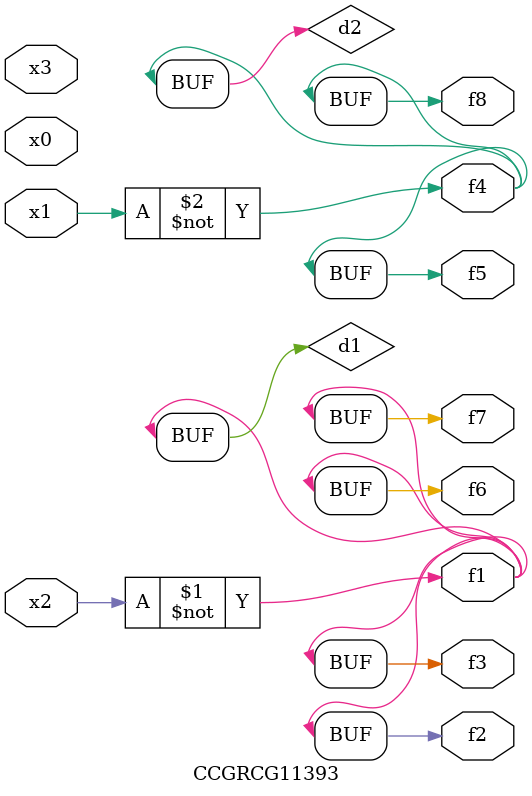
<source format=v>
module CCGRCG11393(
	input x0, x1, x2, x3,
	output f1, f2, f3, f4, f5, f6, f7, f8
);

	wire d1, d2;

	xnor (d1, x2);
	not (d2, x1);
	assign f1 = d1;
	assign f2 = d1;
	assign f3 = d1;
	assign f4 = d2;
	assign f5 = d2;
	assign f6 = d1;
	assign f7 = d1;
	assign f8 = d2;
endmodule

</source>
